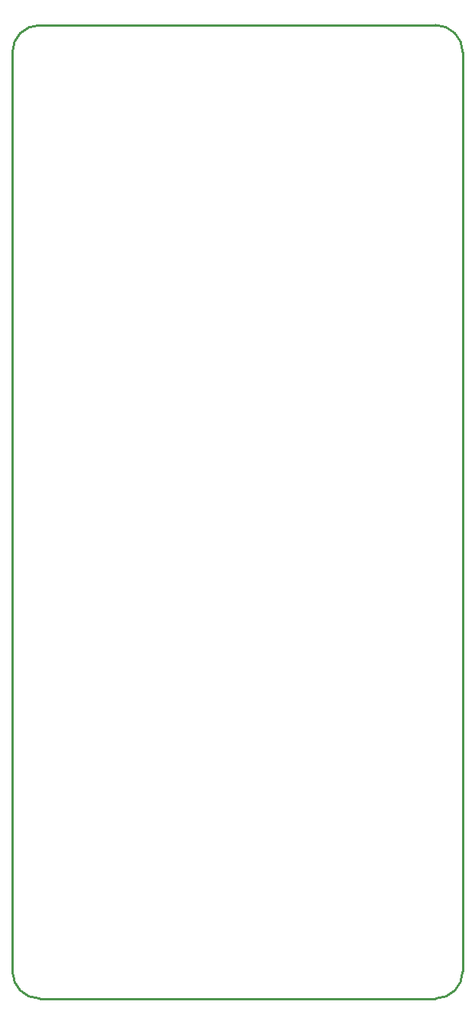
<source format=gbr>
%TF.GenerationSoftware,KiCad,Pcbnew,8.0.4*%
%TF.CreationDate,2024-08-14T20:50:51+02:00*%
%TF.ProjectId,FX-Pots,46582d50-6f74-4732-9e6b-696361645f70,rev?*%
%TF.SameCoordinates,PX40d9900PY25ab8e0*%
%TF.FileFunction,Profile,NP*%
%FSLAX46Y46*%
G04 Gerber Fmt 4.6, Leading zero omitted, Abs format (unit mm)*
G04 Created by KiCad (PCBNEW 8.0.4) date 2024-08-14 20:50:51*
%MOMM*%
%LPD*%
G01*
G04 APERTURE LIST*
%TA.AperFunction,Profile*%
%ADD10C,0.250000*%
%TD*%
G04 APERTURE END LIST*
D10*
X47000000Y0D02*
G75*
G02*
X50000000Y-3000000I0J-3000000D01*
G01*
X50000000Y-105000000D02*
G75*
G02*
X47000000Y-108000000I-3000000J0D01*
G01*
X47000000Y0D02*
X3000000Y0D01*
X0Y-3000000D02*
G75*
G02*
X3000000Y0I3000000J0D01*
G01*
X50000000Y-105000000D02*
X50000000Y-3000000D01*
X0Y-3000000D02*
X0Y-105000000D01*
X3000000Y-108000000D02*
G75*
G02*
X0Y-105000000I0J3000000D01*
G01*
X3000000Y-108000000D02*
X47000000Y-108000000D01*
M02*

</source>
